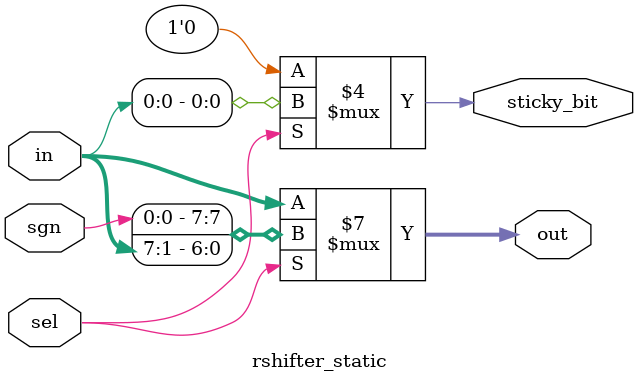
<source format=sv>
module rshifter_static
#(
	parameter		n		= 8,
	parameter		offset	= 1
)
(
	input	logic	[n-1:0]	in,
	input	logic			sel,
	input	logic			sgn,

	output	logic	[n-1:0]	out,
	output	logic			sticky_bit
);

	always_comb begin
		if (sel) begin
			out			= {{offset{sgn}}, in[n-1:offset]};
			sticky_bit	= |in[offset-1:0];
		end

		else begin
			out			= in;
			sticky_bit	= 1'b0;
		end
	end

endmodule
</source>
